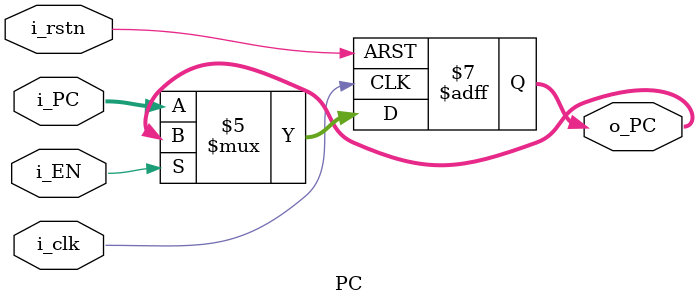
<source format=v>
module PC(
    input i_clk,
    input i_rstn,
    input i_EN,
    input[31:0] i_PC,
    output reg [31:0] o_PC
    );
    always @(posedge i_clk , negedge i_rstn)
    begin
        if(!i_rstn)
            o_PC <= 32'd0;
        else begin
        if (!i_EN) 
                o_PC<=i_PC;
        else
                o_PC<=o_PC;
                end
        end
endmodule

</source>
